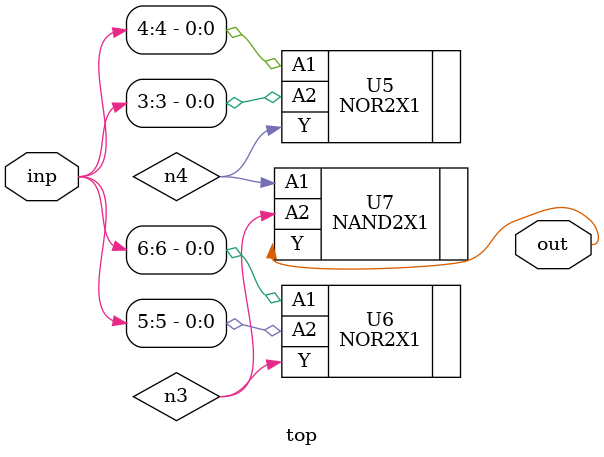
<source format=sv>


module top ( inp, out );
  input [6:0] inp;
  output out;
  wire   n3, n4;

  NOR2X1 U5 ( .A1(inp[4]), .A2(inp[3]), .Y(n4) );
  NOR2X1 U6 ( .A1(inp[6]), .A2(inp[5]), .Y(n3) );
  NAND2X1 U7 ( .A1(n4), .A2(n3), .Y(out) );
endmodule


</source>
